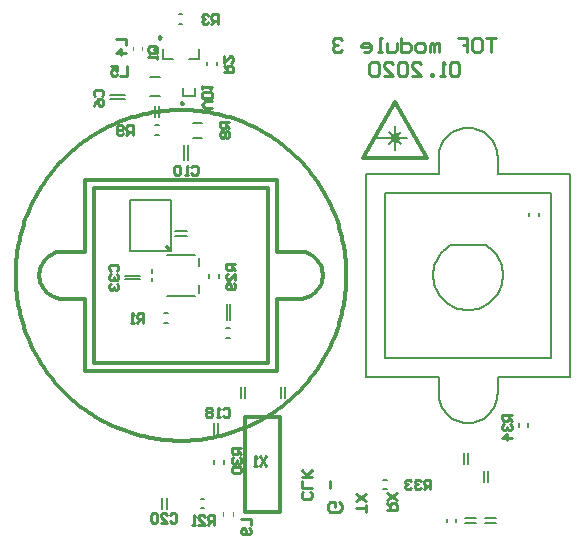
<source format=gbo>
G04 Layer_Color=11599871*
%FSLAX44Y44*%
%MOMM*%
G71*
G01*
G75*
%ADD42C,0.3000*%
%ADD44C,0.2000*%
%ADD64C,0.2500*%
%ADD66C,0.1270*%
%ADD68C,0.1016*%
%ADD69C,0.2540*%
%ADD70C,0.3500*%
%ADD114C,0.4064*%
%ADD115C,0.2032*%
%ADD116C,0.3556*%
D42*
X285000Y-240000D02*
X284977Y-237458D01*
X284908Y-234916D01*
X284792Y-232377D01*
X284631Y-229840D01*
X284423Y-227306D01*
X284170Y-224776D01*
X283870Y-222252D01*
X283525Y-219733D01*
X283134Y-217221D01*
X282698Y-214716D01*
X282216Y-212220D01*
X281689Y-209733D01*
X281117Y-207256D01*
X280500Y-204790D01*
X279838Y-202335D01*
X279132Y-199893D01*
X278382Y-197464D01*
X277587Y-195049D01*
X276749Y-192649D01*
X275868Y-190264D01*
X274943Y-187896D01*
X273975Y-185545D01*
X272965Y-183212D01*
X271913Y-180898D01*
X270819Y-178603D01*
X269683Y-176328D01*
X268506Y-174074D01*
X267289Y-171843D01*
X266031Y-169633D01*
X264733Y-167447D01*
X263396Y-165285D01*
X262020Y-163147D01*
X260605Y-161035D01*
X259152Y-158949D01*
X257662Y-156889D01*
X256134Y-154858D01*
X254569Y-152853D01*
X252969Y-150878D01*
X251333Y-148932D01*
X249662Y-147016D01*
X247956Y-145131D01*
X246216Y-143278D01*
X244443Y-141455D01*
X242638Y-139666D01*
X240800Y-137910D01*
X238930Y-136187D01*
X237029Y-134498D01*
X235098Y-132845D01*
X233138Y-131226D01*
X231148Y-129644D01*
X229130Y-128098D01*
X227084Y-126588D01*
X225011Y-125117D01*
X222912Y-123683D01*
X220787Y-122287D01*
X218637Y-120930D01*
X216463Y-119613D01*
X214265Y-118335D01*
X212044Y-117097D01*
X209801Y-115900D01*
X207537Y-114744D01*
X205252Y-113629D01*
X202948Y-112556D01*
X200624Y-111524D01*
X198282Y-110536D01*
X195922Y-109589D01*
X193546Y-108686D01*
X191153Y-107826D01*
X188746Y-107010D01*
X186324Y-106238D01*
X183888Y-105509D01*
X181439Y-104825D01*
X178979Y-104186D01*
X176507Y-103591D01*
X174025Y-103042D01*
X171533Y-102537D01*
X169033Y-102078D01*
X166524Y-101664D01*
X164009Y-101297D01*
X161487Y-100974D01*
X158960Y-100698D01*
X156428Y-100467D01*
X153892Y-100283D01*
X151354Y-100144D01*
X148813Y-100052D01*
X146271Y-100006D01*
X143729D01*
X141187Y-100052D01*
X138647Y-100144D01*
X136108Y-100283D01*
X133573Y-100467D01*
X131041Y-100698D01*
X128513Y-100974D01*
X125992Y-101296D01*
X123476Y-101664D01*
X120968Y-102078D01*
X118467Y-102537D01*
X115976Y-103042D01*
X113493Y-103591D01*
X111022Y-104186D01*
X108561Y-104825D01*
X106112Y-105509D01*
X103677Y-106238D01*
X101255Y-107010D01*
X98847Y-107826D01*
X96454Y-108686D01*
X94078Y-109589D01*
X91718Y-110535D01*
X89376Y-111524D01*
X87053Y-112556D01*
X84748Y-113629D01*
X82463Y-114744D01*
X80199Y-115900D01*
X77956Y-117097D01*
X75736Y-118335D01*
X73538Y-119613D01*
X71364Y-120930D01*
X69214Y-122287D01*
X67088Y-123682D01*
X64989Y-125116D01*
X62916Y-126588D01*
X60870Y-128097D01*
X58852Y-129643D01*
X56863Y-131226D01*
X54902Y-132844D01*
X52971Y-134498D01*
X51070Y-136187D01*
X49201Y-137909D01*
X47363Y-139666D01*
X45557Y-141455D01*
X43784Y-143277D01*
X42044Y-145131D01*
X40339Y-147016D01*
X38667Y-148932D01*
X37031Y-150878D01*
X35431Y-152853D01*
X33866Y-154857D01*
X32339Y-156889D01*
X30848Y-158949D01*
X29395Y-161035D01*
X27980Y-163147D01*
X26604Y-165285D01*
X25267Y-167447D01*
X23969Y-169633D01*
X22711Y-171842D01*
X21494Y-174074D01*
X20317Y-176328D01*
X19181Y-178602D01*
X18087Y-180897D01*
X17035Y-183211D01*
X16025Y-185544D01*
X15057Y-187896D01*
X14132Y-190264D01*
X13251Y-192648D01*
X12413Y-195048D01*
X11618Y-197463D01*
X10868Y-199892D01*
X10162Y-202335D01*
X9500Y-204789D01*
X8883Y-207256D01*
X8311Y-209733D01*
X7784Y-212220D01*
X7302Y-214716D01*
X6866Y-217221D01*
X6475Y-219733D01*
X6130Y-222251D01*
X5830Y-224776D01*
X5577Y-227306D01*
X5369Y-229839D01*
X5208Y-232377D01*
X5092Y-234916D01*
X5023Y-237458D01*
X5000Y-240000D01*
X5023Y-242542D01*
X5092Y-245084D01*
X5208Y-247623D01*
X5369Y-250160D01*
X5577Y-252694D01*
X5830Y-255224D01*
X6130Y-257748D01*
X6475Y-260267D01*
X6866Y-262779D01*
X7302Y-265284D01*
X7784Y-267780D01*
X8311Y-270267D01*
X8883Y-272744D01*
X9500Y-275210D01*
X10162Y-277665D01*
X10868Y-280107D01*
X11618Y-282536D01*
X12413Y-284951D01*
X13251Y-287352D01*
X14132Y-289736D01*
X15057Y-292104D01*
X16025Y-294455D01*
X17035Y-296788D01*
X18087Y-299103D01*
X19181Y-301397D01*
X20317Y-303672D01*
X21494Y-305926D01*
X22711Y-308157D01*
X23969Y-310367D01*
X25267Y-312553D01*
X26604Y-314715D01*
X27980Y-316853D01*
X29395Y-318965D01*
X30848Y-321051D01*
X32339Y-323111D01*
X33866Y-325143D01*
X35431Y-327147D01*
X37031Y-329122D01*
X38667Y-331068D01*
X40339Y-332984D01*
X42044Y-334869D01*
X43784Y-336723D01*
X45557Y-338545D01*
X47363Y-340334D01*
X49201Y-342091D01*
X51070Y-343813D01*
X52971Y-345502D01*
X54902Y-347156D01*
X56863Y-348774D01*
X58852Y-350356D01*
X60870Y-351903D01*
X62916Y-353412D01*
X64989Y-354884D01*
X67088Y-356318D01*
X69213Y-357713D01*
X71363Y-359070D01*
X73538Y-360387D01*
X75736Y-361665D01*
X77956Y-362903D01*
X80199Y-364100D01*
X82463Y-365256D01*
X84748Y-366371D01*
X87053Y-367444D01*
X89376Y-368476D01*
X91719Y-369465D01*
X94078Y-370411D01*
X96455Y-371314D01*
X98847Y-372174D01*
X101255Y-372990D01*
X103677Y-373763D01*
X106113Y-374491D01*
X108561Y-375175D01*
X111022Y-375814D01*
X113494Y-376409D01*
X115976Y-376958D01*
X118468Y-377463D01*
X120968Y-377922D01*
X123476Y-378336D01*
X125992Y-378704D01*
X128514Y-379026D01*
X131041Y-379302D01*
X133573Y-379533D01*
X136109Y-379717D01*
X138647Y-379856D01*
X141188Y-379948D01*
X143729Y-379994D01*
X146272D01*
X148814Y-379948D01*
X151354Y-379856D01*
X153893Y-379717D01*
X156428Y-379533D01*
X158960Y-379302D01*
X161488Y-379026D01*
X164009Y-378703D01*
X166525Y-378335D01*
X169033Y-377922D01*
X171534Y-377463D01*
X174025Y-376958D01*
X176508Y-376409D01*
X178979Y-375814D01*
X181440Y-375174D01*
X183889Y-374490D01*
X186324Y-373762D01*
X188746Y-372990D01*
X191154Y-372173D01*
X193547Y-371314D01*
X195923Y-370410D01*
X198283Y-369464D01*
X200625Y-368475D01*
X202949Y-367444D01*
X205253Y-366371D01*
X207538Y-365256D01*
X209802Y-364100D01*
X212045Y-362902D01*
X214266Y-361665D01*
X216463Y-360387D01*
X218638Y-359069D01*
X220788Y-357713D01*
X222913Y-356317D01*
X225012Y-354883D01*
X227085Y-353411D01*
X229131Y-351902D01*
X231149Y-350356D01*
X233139Y-348773D01*
X235099Y-347155D01*
X237030Y-345501D01*
X238931Y-343812D01*
X240800Y-342090D01*
X242638Y-340333D01*
X244444Y-338544D01*
X246217Y-336722D01*
X247957Y-334868D01*
X249662Y-332983D01*
X251334Y-331067D01*
X252970Y-329121D01*
X254570Y-327146D01*
X256135Y-325142D01*
X257662Y-323110D01*
X259153Y-321050D01*
X260606Y-318964D01*
X262021Y-316852D01*
X263397Y-314714D01*
X264734Y-312552D01*
X266032Y-310366D01*
X267290Y-308156D01*
X268507Y-305924D01*
X269684Y-303671D01*
X270819Y-301396D01*
X271914Y-299101D01*
X272966Y-296787D01*
X273976Y-294454D01*
X274943Y-292103D01*
X275868Y-289735D01*
X276750Y-287350D01*
X277588Y-284950D01*
X278382Y-282535D01*
X279132Y-280106D01*
X279839Y-277664D01*
X280500Y-275209D01*
X281117Y-272743D01*
X281689Y-270266D01*
X282216Y-267779D01*
X282698Y-265282D01*
X283135Y-262778D01*
X283525Y-260266D01*
X283871Y-257747D01*
X284170Y-255222D01*
X284423Y-252693D01*
X284631Y-250159D01*
X284792Y-247622D01*
X284908Y-245082D01*
X284977Y-242541D01*
X285000Y-240000D01*
X245000Y-260000D02*
X247507Y-259842D01*
X249974Y-259372D01*
X252362Y-258596D01*
X254635Y-257526D01*
X256756Y-256180D01*
X258691Y-254579D01*
X260410Y-252749D01*
X261887Y-250716D01*
X263097Y-248516D01*
X264021Y-246180D01*
X264646Y-243748D01*
X264960Y-241256D01*
Y-238744D01*
X264646Y-236252D01*
X264021Y-233820D01*
X263097Y-231484D01*
X261887Y-229283D01*
X260410Y-227251D01*
X258691Y-225421D01*
X256756Y-223820D01*
X254635Y-222474D01*
X252362Y-221404D01*
X249974Y-220628D01*
X247507Y-220158D01*
X245000Y-220000D01*
X45000D02*
X42493Y-220158D01*
X40026Y-220628D01*
X37638Y-221404D01*
X35365Y-222474D01*
X33244Y-223820D01*
X31309Y-225421D01*
X29590Y-227251D01*
X28113Y-229284D01*
X26904Y-231484D01*
X25979Y-233820D01*
X25354Y-236252D01*
X25039Y-238744D01*
Y-241256D01*
X25354Y-243748D01*
X25979Y-246180D01*
X26903Y-248516D01*
X28113Y-250716D01*
X29590Y-252749D01*
X31309Y-254579D01*
X33244Y-256180D01*
X35365Y-257526D01*
X37638Y-258596D01*
X40026Y-259372D01*
X42493Y-259842D01*
X45000Y-260000D01*
X133000Y-216000D02*
X135000Y-218000D01*
X199000Y-360000D02*
X229000D01*
X199000Y-440000D02*
X229000D01*
X199000D02*
Y-360000D01*
X229000Y-440000D02*
Y-360000D01*
X64000Y-159000D02*
X226000D01*
X71000Y-314000D02*
X219000D01*
X71000Y-166000D02*
X219000D01*
X71000Y-314000D02*
Y-166000D01*
X219000Y-314000D02*
Y-166000D01*
X226000Y-220000D02*
X245000D01*
X226000Y-260000D02*
X245000D01*
X64000Y-321000D02*
X226000D01*
Y-260000D01*
Y-220000D02*
Y-159000D01*
X64000Y-220000D02*
Y-159000D01*
Y-321000D02*
Y-260000D01*
X45000D02*
X64000D01*
X45000Y-220000D02*
X64000D01*
D44*
X373043Y-214573D02*
X370924Y-215944D01*
X368931Y-217492D01*
X367077Y-219204D01*
X365376Y-221068D01*
X363841Y-223071D01*
X362483Y-225198D01*
X361311Y-227432D01*
X360335Y-229760D01*
X359561Y-232161D01*
X358995Y-234621D01*
X358641Y-237119D01*
X358502Y-239639D01*
X358579Y-242161D01*
X358872Y-244668D01*
X359377Y-247140D01*
X360092Y-249560D01*
X361011Y-251910D01*
X362128Y-254174D01*
X363434Y-256333D01*
X364920Y-258373D01*
X366575Y-260278D01*
X368386Y-262035D01*
X370341Y-263631D01*
X372425Y-265053D01*
X374623Y-266293D01*
X376919Y-267340D01*
X379296Y-268187D01*
X381737Y-268828D01*
X384224Y-269257D01*
X386738Y-269473D01*
X389262D01*
X391776Y-269257D01*
X394263Y-268828D01*
X396704Y-268187D01*
X399081Y-267340D01*
X401377Y-266293D01*
X403575Y-265053D01*
X405659Y-263631D01*
X407614Y-262035D01*
X409426Y-260278D01*
X411080Y-258373D01*
X412566Y-256333D01*
X413872Y-254174D01*
X414989Y-251910D01*
X415908Y-249560D01*
X416623Y-247140D01*
X417128Y-244668D01*
X417421Y-242161D01*
X417498Y-239639D01*
X417359Y-237119D01*
X417005Y-234621D01*
X416440Y-232161D01*
X415666Y-229759D01*
X414689Y-227432D01*
X413517Y-225198D01*
X412159Y-223071D01*
X410624Y-221068D01*
X408923Y-219204D01*
X407069Y-217492D01*
X405075Y-215944D01*
X402957Y-214573D01*
X413000Y-140000D02*
X412872Y-137471D01*
X412488Y-134967D01*
X411853Y-132516D01*
X410974Y-130141D01*
X409859Y-127867D01*
X408519Y-125718D01*
X406969Y-123716D01*
X405224Y-121880D01*
X403303Y-120231D01*
X401224Y-118784D01*
X399010Y-117555D01*
X396683Y-116556D01*
X394266Y-115798D01*
X391786Y-115288D01*
X389266Y-115032D01*
X386734D01*
X384214Y-115288D01*
X381734Y-115798D01*
X379317Y-116556D01*
X376990Y-117555D01*
X374776Y-118784D01*
X372697Y-120231D01*
X370776Y-121880D01*
X369031Y-123716D01*
X367481Y-125718D01*
X366141Y-127867D01*
X365026Y-130141D01*
X364146Y-132516D01*
X363512Y-134967D01*
X363128Y-137471D01*
X363000Y-140000D01*
Y-340000D02*
X363128Y-342529D01*
X363512Y-345033D01*
X364147Y-347484D01*
X365026Y-349859D01*
X366141Y-352133D01*
X367481Y-354282D01*
X369031Y-356284D01*
X370776Y-358120D01*
X372697Y-359769D01*
X374776Y-361216D01*
X376990Y-362445D01*
X379317Y-363444D01*
X381734Y-364202D01*
X384214Y-364712D01*
X386734Y-364968D01*
X389266D01*
X391786Y-364712D01*
X394266Y-364202D01*
X396683Y-363444D01*
X399010Y-362445D01*
X401224Y-361216D01*
X403303Y-359769D01*
X405224Y-358120D01*
X406969Y-356284D01*
X408519Y-354282D01*
X409859Y-352132D01*
X410974Y-349859D01*
X411853Y-347484D01*
X412488Y-345032D01*
X412872Y-342529D01*
X413000Y-340000D01*
X152000Y-57000D02*
X160000D01*
Y-48000D01*
X130000Y-57000D02*
X138000D01*
X130000D02*
Y-48000D01*
X119000Y-88000D02*
X127000D01*
X119000Y-72000D02*
X127000D01*
X146920Y-88540D02*
X157080D01*
X373000Y-214500D02*
X403000D01*
X302000Y-326000D02*
Y-154000D01*
Y-326000D02*
X363000D01*
X413000Y-154000D02*
Y-140000D01*
X363000Y-154000D02*
Y-140000D01*
Y-340000D02*
Y-326000D01*
X413000Y-340000D02*
Y-326000D01*
X318000Y-170000D02*
X458000D01*
X474000Y-326000D02*
Y-154000D01*
X413000Y-326000D02*
X474000D01*
X413000Y-154000D02*
X474000D01*
X302000D02*
X363000D01*
X318000Y-310000D02*
X458000D01*
Y-170000D01*
X318000Y-310000D02*
Y-170000D01*
X120000Y-245000D02*
Y-242000D01*
X133000Y-222500D02*
X157000D01*
X133000Y-257500D02*
X157000D01*
X160000Y-255000D02*
Y-248000D01*
Y-232000D02*
Y-225000D01*
X120000Y-238000D02*
Y-235000D01*
D64*
X128250Y-38500D02*
X126375Y-37418D01*
Y-39583D01*
X128250Y-38500D01*
D66*
X97488Y-243496D02*
X110512D01*
X97488Y-240504D02*
X110512D01*
X140238Y-202722D02*
X149762D01*
X140238Y-206278D02*
X149762D01*
X315976Y-421064D02*
X319024D01*
X315976Y-412936D02*
X319024D01*
X384222Y-399762D02*
Y-390238D01*
X387778Y-399762D02*
Y-390238D01*
X369936Y-449024D02*
Y-445976D01*
X378064Y-449024D02*
Y-445976D01*
X385238Y-445722D02*
X394762D01*
X385238Y-449278D02*
X394762D01*
X401722Y-414762D02*
Y-405238D01*
X405278Y-414762D02*
Y-405238D01*
X402238Y-445722D02*
X411762D01*
X402238Y-449278D02*
X411762D01*
X161476Y-428936D02*
X164524D01*
X161476Y-437064D02*
X164524D01*
X181064Y-399524D02*
Y-396476D01*
X172936Y-399524D02*
Y-396476D01*
X129222Y-437762D02*
Y-428238D01*
X132778Y-437762D02*
Y-428238D01*
X172722Y-374762D02*
Y-365238D01*
X176278Y-374762D02*
Y-365238D01*
X195722Y-343762D02*
Y-334238D01*
X199278Y-343762D02*
Y-334238D01*
X233278Y-343762D02*
Y-334238D01*
X229722Y-343762D02*
Y-334238D01*
X175064Y-62024D02*
Y-58976D01*
X166936Y-62024D02*
Y-58976D01*
X142976Y-27064D02*
X146024D01*
X142976Y-18936D02*
X146024D01*
X84488Y-90496D02*
X97512D01*
X84488Y-87504D02*
X97512D01*
X146920Y-88540D02*
Y-81500D01*
X157080Y-88540D02*
Y-81500D01*
X126278Y-105762D02*
Y-96238D01*
X122722Y-105762D02*
Y-96238D01*
X122976Y-112936D02*
X126024D01*
X122976Y-121064D02*
X126024D01*
X155190Y-123350D02*
X162810D01*
X155190Y-110650D02*
X162810D01*
X150496Y-142512D02*
Y-129488D01*
X147504Y-142512D02*
Y-129488D01*
X183476Y-293064D02*
X186524D01*
X183476Y-284936D02*
X186524D01*
X183504Y-277512D02*
Y-264488D01*
X186496Y-277512D02*
Y-264488D01*
X130476Y-280064D02*
X133524D01*
X130476Y-271936D02*
X133524D01*
X177064Y-242024D02*
Y-238976D01*
X168936Y-242024D02*
Y-238976D01*
X448064Y-190024D02*
Y-186976D01*
X439936Y-190024D02*
Y-186976D01*
X439064Y-368024D02*
Y-364976D01*
X430936Y-368024D02*
Y-364976D01*
D68*
X189064Y-443524D02*
Y-440476D01*
X180936Y-443524D02*
Y-440476D01*
X112064Y-49524D02*
Y-46476D01*
X103936Y-49524D02*
Y-46476D01*
D69*
X271250Y-420000D02*
Y-413750D01*
X411465Y-38973D02*
X403468D01*
X407467D01*
Y-50969D01*
X393471Y-38973D02*
X397470D01*
X399469Y-40972D01*
Y-48970D01*
X397470Y-50969D01*
X393471D01*
X391472Y-48970D01*
Y-40972D01*
X393471Y-38973D01*
X379476D02*
X387473D01*
Y-44971D01*
X383474D01*
X387473D01*
Y-50969D01*
X363481D02*
Y-42972D01*
X361481D01*
X359482Y-44971D01*
Y-50969D01*
Y-44971D01*
X357483Y-42972D01*
X355483Y-44971D01*
Y-50969D01*
X349485D02*
X345486D01*
X343487Y-48970D01*
Y-44971D01*
X345486Y-42972D01*
X349485D01*
X351485Y-44971D01*
Y-48970D01*
X349485Y-50969D01*
X331491Y-38973D02*
Y-50969D01*
X337489D01*
X339488Y-48970D01*
Y-44971D01*
X337489Y-42972D01*
X331491D01*
X327492D02*
Y-48970D01*
X325493Y-50969D01*
X319495D01*
Y-42972D01*
X315496Y-50969D02*
X311497D01*
X313497D01*
Y-38973D01*
X315496D01*
X299501Y-50969D02*
X303500D01*
X305499Y-48970D01*
Y-44971D01*
X303500Y-42972D01*
X299501D01*
X297502Y-44971D01*
Y-46971D01*
X305499D01*
X281507Y-40972D02*
X279508Y-38973D01*
X275509D01*
X273510Y-40972D01*
Y-42972D01*
X275509Y-44971D01*
X277509D01*
X275509D01*
X273510Y-46971D01*
Y-48970D01*
X275509Y-50969D01*
X279508D01*
X281507Y-48970D01*
X380475Y-61464D02*
X378476Y-59465D01*
X374477D01*
X372478Y-61464D01*
Y-69461D01*
X374477Y-71461D01*
X378476D01*
X380475Y-69461D01*
Y-61464D01*
X368479Y-71461D02*
X364480D01*
X366480D01*
Y-59465D01*
X368479Y-61464D01*
X358482Y-71461D02*
Y-69461D01*
X356483D01*
Y-71461D01*
X358482D01*
X340488D02*
X348485D01*
X340488Y-63463D01*
Y-61464D01*
X342487Y-59465D01*
X346486D01*
X348485Y-61464D01*
X336489D02*
X334490Y-59465D01*
X330491D01*
X328492Y-61464D01*
Y-69461D01*
X330491Y-71461D01*
X334490D01*
X336489Y-69461D01*
Y-61464D01*
X316496Y-71461D02*
X324493D01*
X316496Y-63463D01*
Y-61464D01*
X318495Y-59465D01*
X322494D01*
X324493Y-61464D01*
X312497D02*
X310498Y-59465D01*
X306499D01*
X304500Y-61464D01*
Y-69461D01*
X306499Y-71461D01*
X310498D01*
X312497Y-69461D01*
Y-61464D01*
X85336Y-236332D02*
X84003Y-234999D01*
Y-232333D01*
X85336Y-231000D01*
X90667D01*
X92000Y-232333D01*
Y-234999D01*
X90667Y-236332D01*
X85336Y-238997D02*
X84003Y-240330D01*
Y-242996D01*
X85336Y-244329D01*
X86668D01*
X88001Y-242996D01*
Y-241663D01*
Y-242996D01*
X89334Y-244329D01*
X90667D01*
X92000Y-242996D01*
Y-240330D01*
X90667Y-238997D01*
X85336Y-246995D02*
X84003Y-248328D01*
Y-250994D01*
X85336Y-252326D01*
X86668D01*
X88001Y-250994D01*
Y-249661D01*
Y-250994D01*
X89334Y-252326D01*
X90667D01*
X92000Y-250994D01*
Y-248328D01*
X90667Y-246995D01*
X356000Y-421000D02*
Y-413003D01*
X352001D01*
X350668Y-414336D01*
Y-417001D01*
X352001Y-418334D01*
X356000D01*
X353334D02*
X350668Y-421000D01*
X348003Y-414336D02*
X346670Y-413003D01*
X344004D01*
X342671Y-414336D01*
Y-415668D01*
X344004Y-417001D01*
X345337D01*
X344004D01*
X342671Y-418334D01*
Y-419667D01*
X344004Y-421000D01*
X346670D01*
X348003Y-419667D01*
X340005Y-414336D02*
X338672Y-413003D01*
X336006D01*
X334674Y-414336D01*
Y-415668D01*
X336006Y-417001D01*
X337339D01*
X336006D01*
X334674Y-418334D01*
Y-419667D01*
X336006Y-421000D01*
X338672D01*
X340005Y-419667D01*
X196000Y-386000D02*
X188003D01*
Y-389999D01*
X189335Y-391332D01*
X192001D01*
X193334Y-389999D01*
Y-386000D01*
Y-388666D02*
X196000Y-391332D01*
X189335Y-393997D02*
X188003Y-395330D01*
Y-397996D01*
X189335Y-399329D01*
X190668D01*
X192001Y-397996D01*
Y-396663D01*
Y-397996D01*
X193334Y-399329D01*
X194667D01*
X196000Y-397996D01*
Y-395330D01*
X194667Y-393997D01*
X189335Y-401995D02*
X188003Y-403328D01*
Y-405993D01*
X189335Y-407326D01*
X194667D01*
X196000Y-405993D01*
Y-403328D01*
X194667Y-401995D01*
X189335D01*
X191000Y-230500D02*
X183003D01*
Y-234499D01*
X184335Y-235832D01*
X187001D01*
X188334Y-234499D01*
Y-230500D01*
Y-233166D02*
X191000Y-235832D01*
Y-243829D02*
Y-238497D01*
X185668Y-243829D01*
X184335D01*
X183003Y-242496D01*
Y-239830D01*
X184335Y-238497D01*
X189667Y-246495D02*
X191000Y-247828D01*
Y-250494D01*
X189667Y-251826D01*
X184335D01*
X183003Y-250494D01*
Y-247828D01*
X184335Y-246495D01*
X185668D01*
X187001Y-247828D01*
Y-251826D01*
X217000Y-393003D02*
X211668Y-401000D01*
Y-393003D02*
X217000Y-401000D01*
X209003D02*
X206337D01*
X207670D01*
Y-393003D01*
X209003Y-394336D01*
X170997Y-98000D02*
X165666D01*
X163000Y-95334D01*
X165666Y-92668D01*
X170997D01*
Y-90003D02*
X163000D01*
Y-86004D01*
X164333Y-84671D01*
X169664D01*
X170997Y-86004D01*
Y-90003D01*
X163000Y-82005D02*
Y-79339D01*
Y-80672D01*
X170997D01*
X169664Y-82005D01*
X173000Y-451000D02*
Y-443003D01*
X169001D01*
X167668Y-444336D01*
Y-447001D01*
X169001Y-448334D01*
X173000D01*
X170334D02*
X167668Y-451000D01*
X159671D02*
X165003D01*
X159671Y-445668D01*
Y-444336D01*
X161004Y-443003D01*
X163670D01*
X165003Y-444336D01*
X157005Y-451000D02*
X154339D01*
X155672D01*
Y-443003D01*
X157005Y-444336D01*
X104000Y-121000D02*
Y-113003D01*
X100001D01*
X98668Y-114335D01*
Y-117001D01*
X100001Y-118334D01*
X104000D01*
X101334D02*
X98668Y-121000D01*
X96003Y-119667D02*
X94670Y-121000D01*
X92004D01*
X90671Y-119667D01*
Y-114335D01*
X92004Y-113003D01*
X94670D01*
X96003Y-114335D01*
Y-115668D01*
X94670Y-117001D01*
X90671D01*
X186000Y-110000D02*
X178003D01*
Y-113999D01*
X179335Y-115332D01*
X182001D01*
X183334Y-113999D01*
Y-110000D01*
Y-112666D02*
X186000Y-115332D01*
X179335Y-117997D02*
X178003Y-119330D01*
Y-121996D01*
X179335Y-123329D01*
X180668D01*
X182001Y-121996D01*
X183334Y-123329D01*
X184667D01*
X186000Y-121996D01*
Y-119330D01*
X184667Y-117997D01*
X183334D01*
X182001Y-119330D01*
X180668Y-117997D01*
X179335D01*
X182001Y-119330D02*
Y-121996D01*
X176000Y-27000D02*
Y-19003D01*
X172001D01*
X170668Y-20336D01*
Y-23001D01*
X172001Y-24334D01*
X176000D01*
X173334D02*
X170668Y-27000D01*
X168003Y-20336D02*
X166670Y-19003D01*
X164004D01*
X162671Y-20336D01*
Y-21668D01*
X164004Y-23001D01*
X165337D01*
X164004D01*
X162671Y-24334D01*
Y-25667D01*
X164004Y-27000D01*
X166670D01*
X168003Y-25667D01*
X181000Y-68000D02*
X188997D01*
Y-64001D01*
X187665Y-62668D01*
X184999D01*
X183666Y-64001D01*
Y-68000D01*
Y-65334D02*
X181000Y-62668D01*
Y-54671D02*
Y-60003D01*
X186332Y-54671D01*
X187665D01*
X188997Y-56004D01*
Y-58670D01*
X187665Y-60003D01*
X113000Y-280000D02*
Y-272003D01*
X109001D01*
X107668Y-273335D01*
Y-276001D01*
X109001Y-277334D01*
X113000D01*
X110334D02*
X107668Y-280000D01*
X105003D02*
X102337D01*
X103670D01*
Y-272003D01*
X105003Y-273335D01*
X123667Y-51332D02*
X118336D01*
X117003Y-49999D01*
Y-47333D01*
X118336Y-46000D01*
X123667D01*
X125000Y-47333D01*
Y-49999D01*
X122334Y-48666D02*
X125000Y-51332D01*
Y-49999D02*
X123667Y-51332D01*
X125000Y-53997D02*
Y-56663D01*
Y-55330D01*
X117003D01*
X118336Y-53997D01*
X196003Y-446000D02*
X204000D01*
Y-451332D01*
X202667Y-453997D02*
X204000Y-455330D01*
Y-457996D01*
X202667Y-459329D01*
X197335D01*
X196003Y-457996D01*
Y-455330D01*
X197335Y-453997D01*
X198668D01*
X200001Y-455330D01*
Y-459329D01*
X99000Y-63003D02*
Y-71000D01*
X93668D01*
X85671Y-63003D02*
X91003D01*
Y-67001D01*
X88337Y-65668D01*
X87004D01*
X85671Y-67001D01*
Y-69667D01*
X87004Y-71000D01*
X89670D01*
X91003Y-69667D01*
X90003Y-40000D02*
X98000D01*
Y-45332D01*
Y-51996D02*
X90003D01*
X94001Y-47997D01*
Y-53329D01*
X135668Y-442836D02*
X137001Y-441503D01*
X139667D01*
X141000Y-442836D01*
Y-448167D01*
X139667Y-449500D01*
X137001D01*
X135668Y-448167D01*
X127671Y-449500D02*
X133003D01*
X127671Y-444169D01*
Y-442836D01*
X129004Y-441503D01*
X131670D01*
X133003Y-442836D01*
X125005D02*
X123672Y-441503D01*
X121006D01*
X119674Y-442836D01*
Y-448167D01*
X121006Y-449500D01*
X123672D01*
X125005Y-448167D01*
Y-442836D01*
X180668Y-353335D02*
X182001Y-352003D01*
X184667D01*
X186000Y-353335D01*
Y-358667D01*
X184667Y-360000D01*
X182001D01*
X180668Y-358667D01*
X178003Y-360000D02*
X175337D01*
X176670D01*
Y-352003D01*
X178003Y-353335D01*
X171338D02*
X170005Y-352003D01*
X167339D01*
X166006Y-353335D01*
Y-354668D01*
X167339Y-356001D01*
X166006Y-357334D01*
Y-358667D01*
X167339Y-360000D01*
X170005D01*
X171338Y-358667D01*
Y-357334D01*
X170005Y-356001D01*
X171338Y-354668D01*
Y-353335D01*
X170005Y-356001D02*
X167339D01*
X153668Y-148336D02*
X155001Y-147003D01*
X157667D01*
X159000Y-148336D01*
Y-153667D01*
X157667Y-155000D01*
X155001D01*
X153668Y-153667D01*
X151003Y-155000D02*
X148337D01*
X149670D01*
Y-147003D01*
X151003Y-148336D01*
X144338D02*
X143005Y-147003D01*
X140339D01*
X139007Y-148336D01*
Y-153667D01*
X140339Y-155000D01*
X143005D01*
X144338Y-153667D01*
Y-148336D01*
X72336Y-88332D02*
X71003Y-86999D01*
Y-84333D01*
X72336Y-83000D01*
X77667D01*
X79000Y-84333D01*
Y-86999D01*
X77667Y-88332D01*
X71003Y-96329D02*
X72336Y-93663D01*
X75001Y-90997D01*
X77667D01*
X79000Y-92330D01*
Y-94996D01*
X77667Y-96329D01*
X76334D01*
X75001Y-94996D01*
Y-90997D01*
X425000Y-358000D02*
X417003D01*
Y-361999D01*
X418335Y-363332D01*
X421001D01*
X422334Y-361999D01*
Y-358000D01*
Y-360666D02*
X425000Y-363332D01*
X418335Y-365997D02*
X417003Y-367330D01*
Y-369996D01*
X418335Y-371329D01*
X419668D01*
X421001Y-369996D01*
Y-368663D01*
Y-369996D01*
X422334Y-371329D01*
X423667D01*
X425000Y-369996D01*
Y-367330D01*
X423667Y-365997D01*
X425000Y-377994D02*
X417003D01*
X421001Y-373995D01*
Y-379326D01*
X301997Y-440000D02*
Y-434002D01*
Y-437001D01*
X293000D01*
X301997Y-431003D02*
X293000Y-425005D01*
X301997D02*
X293000Y-431003D01*
X319000Y-439000D02*
X327997D01*
Y-434501D01*
X326498Y-433002D01*
X323498D01*
X321999Y-434501D01*
Y-439000D01*
Y-436001D02*
X319000Y-433002D01*
X327997Y-430003D02*
X319000Y-424005D01*
X327997D02*
X319000Y-430003D01*
X254498Y-423002D02*
X255997Y-424501D01*
Y-427500D01*
X254498Y-429000D01*
X248500D01*
X247000Y-427500D01*
Y-424501D01*
X248500Y-423002D01*
X255997Y-420003D02*
X247000D01*
Y-414005D01*
X255997Y-411006D02*
X247000D01*
X249999D01*
X255997Y-405008D01*
X251499Y-409506D01*
X247000Y-405008D01*
X278997Y-432003D02*
X280996Y-434002D01*
Y-438001D01*
X278997Y-440000D01*
X270999D01*
X269000Y-438001D01*
Y-434002D01*
X270999Y-432003D01*
X274998D01*
Y-436001D01*
D70*
X146512Y-94619D02*
X146131Y-95000D01*
X145750Y-94619D01*
X146131Y-94238D01*
X146512Y-94619D01*
D114*
X328032Y-123350D02*
X326628Y-121417D01*
X324356Y-122156D01*
Y-124544D01*
X326628Y-125283D01*
X328032Y-123350D01*
D115*
X102000Y-219590D02*
Y-176410D01*
X136510D01*
X102000Y-219590D02*
X136510D01*
Y-176410D01*
X320920Y-128430D02*
X326000Y-123350D01*
X320920Y-118270D02*
X326000Y-123350D01*
X331080Y-128430D01*
X308220Y-123350D02*
X326000D01*
X336160D01*
X326000Y-133510D02*
Y-123350D01*
Y-113190D01*
Y-123350D02*
X331080Y-118270D01*
D116*
X326000Y-93548D02*
X353178Y-140622D01*
X298822D02*
X326000Y-93548D01*
X298822Y-140622D02*
X353178D01*
M02*

</source>
